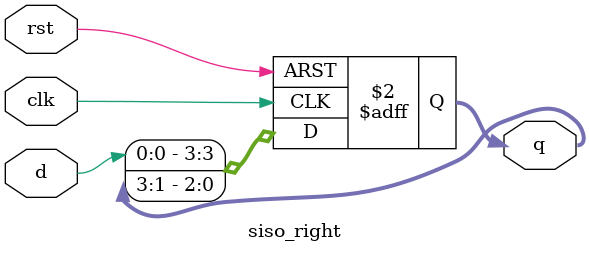
<source format=sv>
`timescale 1ns/1ps
module siso_right(
  input clk, rst, d,
  output reg [3:0] q
);
  always @(posedge clk or posedge rst) begin
    if (rst)
      q <= 4'b0000;
    else
      q <= {d, q[3:1]};
  end
endmodule

</source>
